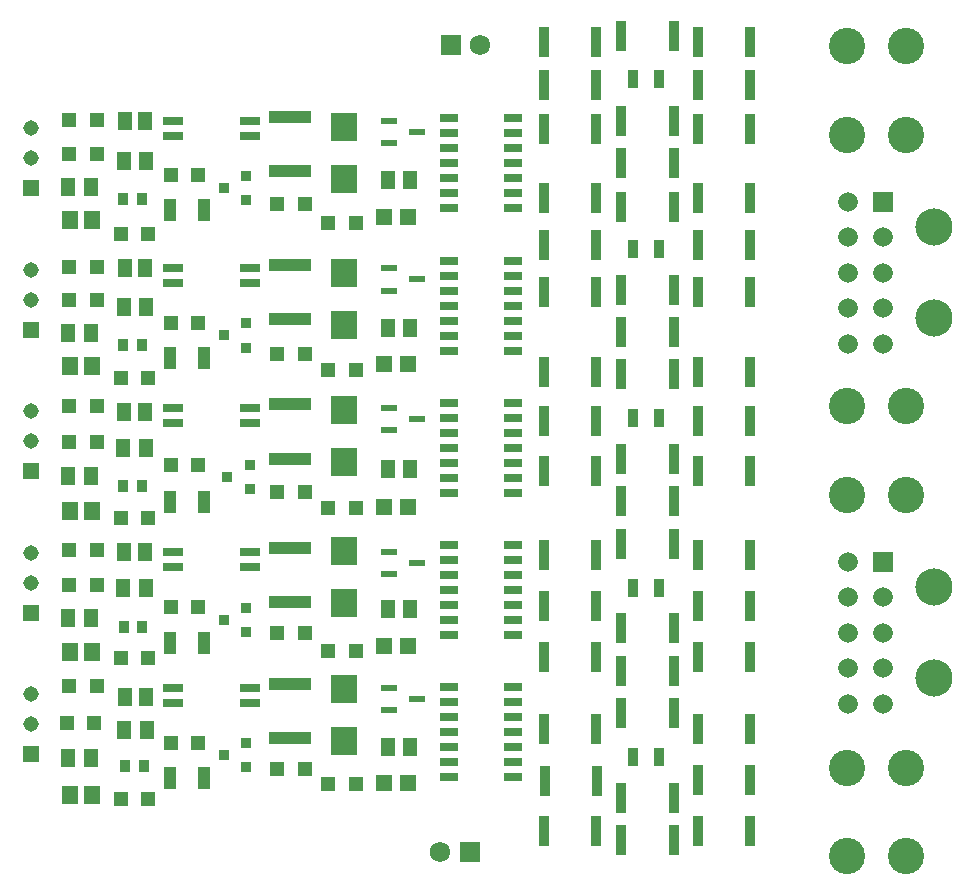
<source format=gts>
G04*
G04 #@! TF.GenerationSoftware,Altium Limited,Altium Designer,22.1.2 (22)*
G04*
G04 Layer_Color=8388736*
%FSLAX25Y25*%
%MOIN*%
G70*
G04*
G04 #@! TF.SameCoordinates,2BB1DE6D-457A-41CA-A848-8B8E96E8A4FB*
G04*
G04*
G04 #@! TF.FilePolarity,Negative*
G04*
G01*
G75*
%ADD15R,0.03772X0.10072*%
%ADD26R,0.05200X0.02200*%
%ADD27R,0.03500X0.03200*%
%ADD30R,0.03543X0.06299*%
%ADD31R,0.04921X0.06024*%
%ADD32R,0.05118X0.05118*%
%ADD33R,0.05315X0.05315*%
%ADD34R,0.14094X0.03937*%
%ADD35R,0.06693X0.03150*%
%ADD36R,0.03740X0.04331*%
%ADD37R,0.04528X0.06299*%
%ADD38R,0.06496X0.03150*%
%ADD39R,0.09055X0.09252*%
%ADD40R,0.04410X0.07402*%
%ADD41R,0.05709X0.06496*%
%ADD42R,0.06575X0.06575*%
%ADD43C,0.06575*%
%ADD44C,0.12402*%
%ADD45C,0.05169*%
%ADD46R,0.05169X0.05169*%
%ADD47C,0.12106*%
%ADD48R,0.06791X0.06791*%
%ADD49C,0.06791*%
D15*
X318232Y213000D02*
D03*
X335768D02*
D03*
X361268Y404500D02*
D03*
X343732D02*
D03*
X317965Y376000D02*
D03*
X335500D02*
D03*
X317965Y430500D02*
D03*
X335500D02*
D03*
X317965Y230500D02*
D03*
X335500D02*
D03*
X317965Y254500D02*
D03*
X335500D02*
D03*
Y271500D02*
D03*
X317965D02*
D03*
Y288500D02*
D03*
X335500D02*
D03*
X317965Y316500D02*
D03*
X335500D02*
D03*
Y333000D02*
D03*
X317965D02*
D03*
Y349500D02*
D03*
X335500D02*
D03*
Y391750D02*
D03*
X317965D02*
D03*
Y407500D02*
D03*
X335500D02*
D03*
Y445000D02*
D03*
X317965D02*
D03*
Y459500D02*
D03*
X335500D02*
D03*
X343732Y348658D02*
D03*
X361268D02*
D03*
X369232Y430500D02*
D03*
X386768D02*
D03*
Y445000D02*
D03*
X369232D02*
D03*
X386768Y459500D02*
D03*
X369232D02*
D03*
X343732Y419184D02*
D03*
X361268D02*
D03*
X317965Y196500D02*
D03*
X335500D02*
D03*
X343732Y362763D02*
D03*
X361268D02*
D03*
X343732Y306342D02*
D03*
X361268D02*
D03*
X343732Y249921D02*
D03*
X361268D02*
D03*
X343732Y193500D02*
D03*
X361268D02*
D03*
Y433289D02*
D03*
X343732D02*
D03*
X361268Y376868D02*
D03*
X343732D02*
D03*
X361268Y320447D02*
D03*
X343732D02*
D03*
X361268Y264026D02*
D03*
X343732D02*
D03*
X361268Y207605D02*
D03*
X343732D02*
D03*
Y461500D02*
D03*
X361268D02*
D03*
X343732Y292237D02*
D03*
X361268D02*
D03*
X343732Y235816D02*
D03*
X361268D02*
D03*
X369232Y376000D02*
D03*
X386768D02*
D03*
X369232Y316500D02*
D03*
X386768D02*
D03*
X369232Y254500D02*
D03*
X386768D02*
D03*
X369232Y196500D02*
D03*
X386768D02*
D03*
Y391750D02*
D03*
X369232D02*
D03*
X386768Y333000D02*
D03*
X369232D02*
D03*
X386768Y271500D02*
D03*
X369232D02*
D03*
X386768Y213500D02*
D03*
X369232D02*
D03*
X386768Y407500D02*
D03*
X369232D02*
D03*
X386768Y349500D02*
D03*
X369232D02*
D03*
X386768Y288500D02*
D03*
X369232D02*
D03*
X386768Y230500D02*
D03*
X369232D02*
D03*
D26*
X266300Y433250D02*
D03*
Y425750D02*
D03*
X275700Y429500D02*
D03*
Y240496D02*
D03*
X266300Y236746D02*
D03*
Y244246D02*
D03*
X275700Y333811D02*
D03*
X266300Y330061D02*
D03*
Y337561D02*
D03*
X275700Y380311D02*
D03*
X266300Y376561D02*
D03*
Y384061D02*
D03*
X275700Y285838D02*
D03*
X266300Y282088D02*
D03*
Y289588D02*
D03*
D27*
X211279Y410913D02*
D03*
X218720Y414949D02*
D03*
Y406878D02*
D03*
X211279Y221756D02*
D03*
X218720Y225791D02*
D03*
Y217721D02*
D03*
X211279Y266927D02*
D03*
X218720Y270963D02*
D03*
Y262892D02*
D03*
X212500Y314413D02*
D03*
X219941Y318449D02*
D03*
Y310378D02*
D03*
X211279Y361663D02*
D03*
X218720Y365699D02*
D03*
Y357628D02*
D03*
D30*
X347669Y390500D02*
D03*
X356331D02*
D03*
Y447000D02*
D03*
X347669D02*
D03*
X356331Y334000D02*
D03*
X347669D02*
D03*
X356331Y277500D02*
D03*
X347669D02*
D03*
X356331Y221000D02*
D03*
X347669D02*
D03*
D31*
X184898Y336000D02*
D03*
X178102D02*
D03*
Y289500D02*
D03*
X184898D02*
D03*
X178500Y241000D02*
D03*
X185295D02*
D03*
X178205Y384199D02*
D03*
X185000D02*
D03*
X178205Y433199D02*
D03*
X185000D02*
D03*
D32*
X176874Y207000D02*
D03*
X186126D02*
D03*
X176874Y254000D02*
D03*
X186126D02*
D03*
X176874Y300726D02*
D03*
X186126D02*
D03*
X176874Y347500D02*
D03*
X186126D02*
D03*
X176874Y395500D02*
D03*
X186126D02*
D03*
X229012Y309500D02*
D03*
X238264D02*
D03*
X229012Y355500D02*
D03*
X238264D02*
D03*
X229012Y405500D02*
D03*
X238264D02*
D03*
X229012Y262500D02*
D03*
X238264D02*
D03*
X229012Y217000D02*
D03*
X238264D02*
D03*
X193528Y365757D02*
D03*
X202780D02*
D03*
X255176Y399000D02*
D03*
X245924D02*
D03*
X159724Y433500D02*
D03*
X168976D02*
D03*
X159724Y244685D02*
D03*
Y290028D02*
D03*
Y338000D02*
D03*
Y384500D02*
D03*
X245924Y350000D02*
D03*
X255176D02*
D03*
X245924Y304000D02*
D03*
X255176D02*
D03*
X245924Y256500D02*
D03*
X255176D02*
D03*
X245924Y212000D02*
D03*
X255176D02*
D03*
X159724Y422154D02*
D03*
X168976D02*
D03*
X158874Y232500D02*
D03*
X168126D02*
D03*
X202780Y225849D02*
D03*
X193528D02*
D03*
X159724Y373321D02*
D03*
X168976D02*
D03*
X159724Y326154D02*
D03*
X168976D02*
D03*
X202780Y318507D02*
D03*
X193528D02*
D03*
X202780Y415007D02*
D03*
X193528D02*
D03*
X168976Y384500D02*
D03*
Y244685D02*
D03*
Y290028D02*
D03*
Y338000D02*
D03*
X159724Y278506D02*
D03*
X168976D02*
D03*
X202780Y271021D02*
D03*
X193528D02*
D03*
D33*
X264783Y401000D02*
D03*
X272657D02*
D03*
X264783Y352000D02*
D03*
X272657D02*
D03*
X264783Y304500D02*
D03*
X272657D02*
D03*
X264783Y258000D02*
D03*
X272657D02*
D03*
X264783Y212500D02*
D03*
X272657D02*
D03*
D34*
X233500Y290770D02*
D03*
Y272659D02*
D03*
Y338742D02*
D03*
Y320632D02*
D03*
Y385242D02*
D03*
Y367132D02*
D03*
Y434500D02*
D03*
Y416390D02*
D03*
Y245427D02*
D03*
Y227317D02*
D03*
D35*
X220004Y384002D02*
D03*
Y379002D02*
D03*
X194413D02*
D03*
Y384002D02*
D03*
Y244187D02*
D03*
Y239187D02*
D03*
X220004D02*
D03*
Y244187D02*
D03*
X194413Y337502D02*
D03*
Y332502D02*
D03*
X220004D02*
D03*
Y337502D02*
D03*
X194413Y433002D02*
D03*
Y428002D02*
D03*
X220004D02*
D03*
Y433002D02*
D03*
X194413Y289529D02*
D03*
Y284529D02*
D03*
X220004D02*
D03*
Y289529D02*
D03*
D36*
X177614Y311500D02*
D03*
X183913D02*
D03*
X177850Y264500D02*
D03*
X184150D02*
D03*
X178248Y218000D02*
D03*
X184547D02*
D03*
X183913Y407000D02*
D03*
X177614D02*
D03*
Y358500D02*
D03*
X183913D02*
D03*
D37*
X178158Y230000D02*
D03*
X185638D02*
D03*
X177760Y277500D02*
D03*
X185240D02*
D03*
X178008Y371172D02*
D03*
X185488D02*
D03*
X177760Y324000D02*
D03*
X185240D02*
D03*
X185488Y419922D02*
D03*
X178008D02*
D03*
X273444Y224500D02*
D03*
X265964D02*
D03*
X159429Y220642D02*
D03*
X166909D02*
D03*
X159429Y411247D02*
D03*
X166909D02*
D03*
X159429Y362581D02*
D03*
X166909D02*
D03*
X273444Y364000D02*
D03*
X265964D02*
D03*
X273444Y413500D02*
D03*
X265964D02*
D03*
X273444Y317000D02*
D03*
X265964D02*
D03*
X273444Y270500D02*
D03*
X265964D02*
D03*
X159429Y267423D02*
D03*
X166909D02*
D03*
X159429Y314747D02*
D03*
X166909D02*
D03*
D38*
X286370Y434000D02*
D03*
Y429000D02*
D03*
Y424000D02*
D03*
Y419000D02*
D03*
Y414000D02*
D03*
Y409000D02*
D03*
Y404000D02*
D03*
X307630D02*
D03*
Y409000D02*
D03*
Y419000D02*
D03*
Y424000D02*
D03*
Y429000D02*
D03*
Y434000D02*
D03*
Y414000D02*
D03*
Y224345D02*
D03*
Y271758D02*
D03*
Y319172D02*
D03*
Y366586D02*
D03*
Y386586D02*
D03*
Y381586D02*
D03*
Y376586D02*
D03*
Y371586D02*
D03*
Y361586D02*
D03*
Y356586D02*
D03*
X286370D02*
D03*
Y361586D02*
D03*
Y366586D02*
D03*
Y371586D02*
D03*
Y376586D02*
D03*
Y381586D02*
D03*
Y386586D02*
D03*
Y244345D02*
D03*
Y239345D02*
D03*
Y234345D02*
D03*
Y229345D02*
D03*
Y224345D02*
D03*
Y219345D02*
D03*
Y214345D02*
D03*
X307630D02*
D03*
Y219345D02*
D03*
Y229345D02*
D03*
Y234345D02*
D03*
Y239345D02*
D03*
Y244345D02*
D03*
X286370Y291758D02*
D03*
Y286758D02*
D03*
Y281758D02*
D03*
Y276758D02*
D03*
Y271758D02*
D03*
Y266758D02*
D03*
Y261758D02*
D03*
X307630D02*
D03*
Y266758D02*
D03*
Y276758D02*
D03*
Y281758D02*
D03*
Y286758D02*
D03*
Y291758D02*
D03*
X286370Y339172D02*
D03*
Y334172D02*
D03*
Y329172D02*
D03*
Y324172D02*
D03*
Y319172D02*
D03*
Y314172D02*
D03*
Y309172D02*
D03*
X307630D02*
D03*
Y314172D02*
D03*
Y324172D02*
D03*
Y329172D02*
D03*
Y334172D02*
D03*
Y339172D02*
D03*
D39*
X251500Y413839D02*
D03*
Y431161D02*
D03*
Y365139D02*
D03*
Y382461D02*
D03*
Y319339D02*
D03*
Y336661D02*
D03*
Y272339D02*
D03*
Y289661D02*
D03*
Y226339D02*
D03*
Y243661D02*
D03*
D40*
X204827Y214000D02*
D03*
X193173D02*
D03*
X204827Y259000D02*
D03*
X193173D02*
D03*
X204827Y354000D02*
D03*
X193173D02*
D03*
X204827Y403500D02*
D03*
X193173D02*
D03*
X204827Y306000D02*
D03*
X193173D02*
D03*
D41*
X167500Y400000D02*
D03*
X160020D02*
D03*
X167500Y351500D02*
D03*
X160020D02*
D03*
X167500Y208500D02*
D03*
X160020D02*
D03*
X167500Y256000D02*
D03*
X160020D02*
D03*
X167500Y303000D02*
D03*
X160020D02*
D03*
D42*
X431071Y286162D02*
D03*
Y406194D02*
D03*
D43*
Y274351D02*
D03*
Y262540D02*
D03*
Y250729D02*
D03*
Y238918D02*
D03*
X419260Y286162D02*
D03*
Y274351D02*
D03*
Y262540D02*
D03*
Y250729D02*
D03*
Y238918D02*
D03*
Y358950D02*
D03*
Y370761D02*
D03*
Y382572D02*
D03*
Y394383D02*
D03*
Y406194D02*
D03*
X431071Y358950D02*
D03*
Y370761D02*
D03*
Y382572D02*
D03*
Y394383D02*
D03*
D44*
X448000Y277658D02*
D03*
Y247422D02*
D03*
Y367454D02*
D03*
Y397690D02*
D03*
D45*
X147000Y242002D02*
D03*
Y232002D02*
D03*
Y279206D02*
D03*
Y289206D02*
D03*
Y326410D02*
D03*
Y336410D02*
D03*
Y373613D02*
D03*
Y383613D02*
D03*
Y420817D02*
D03*
Y430817D02*
D03*
D46*
Y222002D02*
D03*
Y269206D02*
D03*
Y316410D02*
D03*
Y363613D02*
D03*
Y410817D02*
D03*
D47*
X438685Y217500D02*
D03*
Y187972D02*
D03*
X419000Y217500D02*
D03*
Y187972D02*
D03*
Y308468D02*
D03*
Y337996D02*
D03*
X438685Y308468D02*
D03*
Y337996D02*
D03*
X419000Y428500D02*
D03*
Y458028D02*
D03*
X438685Y428500D02*
D03*
Y458028D02*
D03*
D48*
X286951Y458567D02*
D03*
X293343Y189500D02*
D03*
D49*
X296793Y458567D02*
D03*
X283500Y189500D02*
D03*
M02*

</source>
